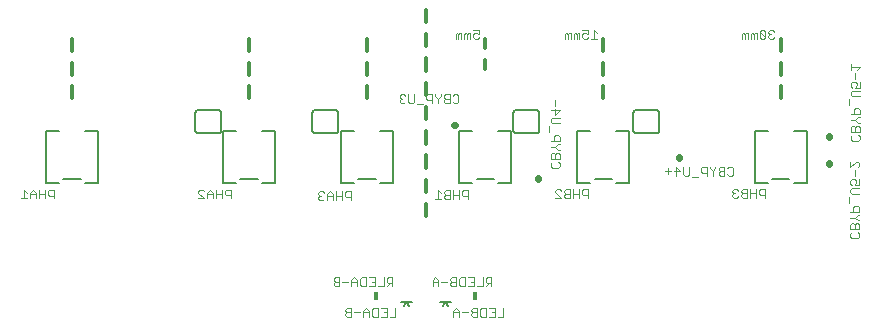
<source format=gbo>
G75*
G70*
%OFA0B0*%
%FSLAX24Y24*%
%IPPOS*%
%LPD*%
%AMOC8*
5,1,8,0,0,1.08239X$1,22.5*
%
%ADD10C,0.0120*%
%ADD11C,0.0030*%
%ADD12C,0.0050*%
%ADD13C,0.0220*%
%ADD14C,0.0080*%
%ADD15R,0.0180X0.0300*%
%ADD16C,0.0060*%
D10*
X021032Y009968D02*
X021032Y010384D01*
X021032Y010777D02*
X021032Y011193D01*
X021032Y011587D02*
X021032Y012002D01*
X021032Y012396D02*
X021032Y012812D01*
X021032Y013205D02*
X021032Y013621D01*
X021032Y014014D02*
X021032Y014430D01*
X021032Y014824D02*
X021032Y015239D01*
X021032Y015633D02*
X021032Y016049D01*
X021032Y016442D02*
X021032Y016858D01*
X023000Y015874D02*
X023000Y015578D01*
X023000Y015185D02*
X023000Y014889D01*
X026937Y015086D02*
X026937Y014693D01*
X026937Y014299D02*
X026937Y013905D01*
X026937Y015480D02*
X026937Y015874D01*
X032843Y015874D02*
X032843Y015480D01*
X032843Y015086D02*
X032843Y014693D01*
X032843Y014299D02*
X032843Y013905D01*
X019063Y013905D02*
X019063Y014299D01*
X019063Y014693D02*
X019063Y015086D01*
X019063Y015480D02*
X019063Y015874D01*
X015126Y015874D02*
X015126Y015480D01*
X015126Y015086D02*
X015126Y014693D01*
X015126Y014299D02*
X015126Y013905D01*
X009221Y013905D02*
X009221Y014299D01*
X009221Y014693D02*
X009221Y015086D01*
X009221Y015480D02*
X009221Y015874D01*
D11*
X007730Y010565D02*
X007536Y010565D01*
X007633Y010565D02*
X007633Y010855D01*
X007730Y010758D01*
X007831Y010758D02*
X007831Y010565D01*
X007831Y010710D02*
X008024Y010710D01*
X008024Y010758D02*
X007928Y010855D01*
X007831Y010758D01*
X008024Y010758D02*
X008024Y010565D01*
X008125Y010565D02*
X008125Y010855D01*
X008125Y010710D02*
X008319Y010710D01*
X008420Y010710D02*
X008468Y010662D01*
X008614Y010662D01*
X008614Y010565D02*
X008614Y010855D01*
X008468Y010855D01*
X008420Y010807D01*
X008420Y010710D01*
X008319Y010565D02*
X008319Y010855D01*
X013436Y010812D02*
X013485Y010861D01*
X013581Y010861D01*
X013630Y010812D01*
X013731Y010764D02*
X013731Y010571D01*
X013630Y010571D02*
X013436Y010764D01*
X013436Y010812D01*
X013436Y010571D02*
X013630Y010571D01*
X013731Y010716D02*
X013924Y010716D01*
X013924Y010764D02*
X013828Y010861D01*
X013731Y010764D01*
X013924Y010764D02*
X013924Y010571D01*
X014025Y010571D02*
X014025Y010861D01*
X014025Y010716D02*
X014219Y010716D01*
X014320Y010716D02*
X014368Y010667D01*
X014514Y010667D01*
X014514Y010571D02*
X014514Y010861D01*
X014368Y010861D01*
X014320Y010812D01*
X014320Y010716D01*
X014219Y010571D02*
X014219Y010861D01*
X017436Y010749D02*
X017436Y010701D01*
X017485Y010653D01*
X017436Y010604D01*
X017436Y010556D01*
X017485Y010508D01*
X017581Y010508D01*
X017630Y010556D01*
X017731Y010508D02*
X017731Y010701D01*
X017828Y010798D01*
X017924Y010701D01*
X017924Y010508D01*
X018025Y010508D02*
X018025Y010798D01*
X018025Y010653D02*
X018219Y010653D01*
X018320Y010653D02*
X018368Y010604D01*
X018514Y010604D01*
X018514Y010508D02*
X018514Y010798D01*
X018368Y010798D01*
X018320Y010749D01*
X018320Y010653D01*
X018219Y010508D02*
X018219Y010798D01*
X017924Y010653D02*
X017731Y010653D01*
X017630Y010749D02*
X017581Y010798D01*
X017485Y010798D01*
X017436Y010749D01*
X017485Y010653D02*
X017533Y010653D01*
X021336Y010545D02*
X021530Y010545D01*
X021433Y010545D02*
X021433Y010835D01*
X021530Y010738D01*
X021631Y010738D02*
X021679Y010690D01*
X021824Y010690D01*
X021925Y010690D02*
X022119Y010690D01*
X022220Y010690D02*
X022268Y010641D01*
X022414Y010641D01*
X022414Y010545D02*
X022414Y010835D01*
X022268Y010835D01*
X022220Y010786D01*
X022220Y010690D01*
X022119Y010545D02*
X022119Y010835D01*
X021925Y010835D02*
X021925Y010545D01*
X021824Y010545D02*
X021679Y010545D01*
X021631Y010593D01*
X021631Y010641D01*
X021679Y010690D01*
X021631Y010738D02*
X021631Y010786D01*
X021679Y010835D01*
X021824Y010835D01*
X021824Y010545D01*
X025183Y011644D02*
X025231Y011596D01*
X025425Y011596D01*
X025473Y011644D01*
X025473Y011741D01*
X025425Y011790D01*
X025473Y011891D02*
X025183Y011891D01*
X025183Y012036D01*
X025231Y012084D01*
X025280Y012084D01*
X025328Y012036D01*
X025328Y011891D01*
X025231Y011790D02*
X025183Y011741D01*
X025183Y011644D01*
X025473Y011891D02*
X025473Y012036D01*
X025425Y012084D01*
X025376Y012084D01*
X025328Y012036D01*
X025425Y012185D02*
X025328Y012282D01*
X025183Y012282D01*
X025328Y012282D02*
X025425Y012379D01*
X025473Y012379D01*
X025473Y012480D02*
X025183Y012480D01*
X025280Y012480D02*
X025280Y012625D01*
X025328Y012674D01*
X025425Y012674D01*
X025473Y012625D01*
X025473Y012480D01*
X025473Y012185D02*
X025425Y012185D01*
X025135Y012775D02*
X025135Y012968D01*
X025231Y013069D02*
X025183Y013118D01*
X025183Y013214D01*
X025231Y013263D01*
X025473Y013263D01*
X025328Y013364D02*
X025328Y013558D01*
X025328Y013659D02*
X025328Y013852D01*
X025183Y013509D02*
X025473Y013509D01*
X025328Y013364D01*
X025231Y013069D02*
X025473Y013069D01*
X022103Y013794D02*
X022055Y013746D01*
X021958Y013746D01*
X021909Y013794D01*
X021808Y013746D02*
X021663Y013746D01*
X021615Y013794D01*
X021615Y013843D01*
X021663Y013891D01*
X021808Y013891D01*
X021909Y013988D02*
X021958Y014036D01*
X022055Y014036D01*
X022103Y013988D01*
X022103Y013794D01*
X021808Y013746D02*
X021808Y014036D01*
X021663Y014036D01*
X021615Y013988D01*
X021615Y013940D01*
X021663Y013891D01*
X021514Y013988D02*
X021417Y013891D01*
X021417Y013746D01*
X021417Y013891D02*
X021320Y013988D01*
X021320Y014036D01*
X021219Y014036D02*
X021219Y013746D01*
X021219Y013843D02*
X021074Y013843D01*
X021026Y013891D01*
X021026Y013988D01*
X021074Y014036D01*
X021219Y014036D01*
X021514Y014036D02*
X021514Y013988D01*
X020924Y013698D02*
X020731Y013698D01*
X020630Y013794D02*
X020581Y013746D01*
X020485Y013746D01*
X020436Y013794D01*
X020436Y014036D01*
X020335Y013988D02*
X020287Y014036D01*
X020190Y014036D01*
X020142Y013988D01*
X020142Y013940D01*
X020190Y013891D01*
X020142Y013843D01*
X020142Y013794D01*
X020190Y013746D01*
X020287Y013746D01*
X020335Y013794D01*
X020238Y013891D02*
X020190Y013891D01*
X020630Y013794D02*
X020630Y014036D01*
X022006Y015889D02*
X022006Y016034D01*
X022054Y016082D01*
X022102Y016034D01*
X022102Y015889D01*
X022199Y015889D02*
X022199Y016082D01*
X022151Y016082D01*
X022102Y016034D01*
X022300Y016034D02*
X022300Y015889D01*
X022397Y015889D02*
X022397Y016034D01*
X022349Y016082D01*
X022300Y016034D01*
X022397Y016034D02*
X022445Y016082D01*
X022494Y016082D01*
X022494Y015889D01*
X022595Y015937D02*
X022643Y015889D01*
X022740Y015889D01*
X022788Y015937D01*
X022788Y016034D02*
X022692Y016082D01*
X022643Y016082D01*
X022595Y016034D01*
X022595Y015937D01*
X022788Y016034D02*
X022788Y016179D01*
X022595Y016179D01*
X025648Y016034D02*
X025648Y015889D01*
X025745Y015889D02*
X025745Y016034D01*
X025696Y016082D01*
X025648Y016034D01*
X025745Y016034D02*
X025793Y016082D01*
X025841Y016082D01*
X025841Y015889D01*
X025943Y015889D02*
X025943Y016034D01*
X025991Y016082D01*
X026039Y016034D01*
X026039Y015889D01*
X026136Y015889D02*
X026136Y016082D01*
X026088Y016082D01*
X026039Y016034D01*
X026237Y016034D02*
X026237Y015937D01*
X026286Y015889D01*
X026382Y015889D01*
X026431Y015937D01*
X026431Y016034D02*
X026334Y016082D01*
X026286Y016082D01*
X026237Y016034D01*
X026237Y016179D02*
X026431Y016179D01*
X026431Y016034D01*
X026532Y015889D02*
X026725Y015889D01*
X026629Y015889D02*
X026629Y016179D01*
X026725Y016082D01*
X031553Y016034D02*
X031553Y015889D01*
X031650Y015889D02*
X031650Y016034D01*
X031602Y016082D01*
X031553Y016034D01*
X031650Y016034D02*
X031699Y016082D01*
X031747Y016082D01*
X031747Y015889D01*
X031848Y015889D02*
X031848Y016034D01*
X031897Y016082D01*
X031945Y016034D01*
X031945Y015889D01*
X032042Y015889D02*
X032042Y016082D01*
X031993Y016082D01*
X031945Y016034D01*
X032143Y016130D02*
X032336Y015937D01*
X032288Y015889D01*
X032191Y015889D01*
X032143Y015937D01*
X032143Y016130D01*
X032191Y016179D01*
X032288Y016179D01*
X032336Y016130D01*
X032336Y015937D01*
X032437Y015937D02*
X032486Y015889D01*
X032583Y015889D01*
X032631Y015937D01*
X032534Y016034D02*
X032486Y016034D01*
X032437Y015985D01*
X032437Y015937D01*
X032486Y016034D02*
X032437Y016082D01*
X032437Y016130D01*
X032486Y016179D01*
X032583Y016179D01*
X032631Y016130D01*
X035183Y015047D02*
X035183Y014853D01*
X035183Y014950D02*
X035473Y014950D01*
X035376Y014853D01*
X035328Y014752D02*
X035328Y014559D01*
X035328Y014458D02*
X035231Y014458D01*
X035183Y014409D01*
X035183Y014312D01*
X035231Y014264D01*
X035328Y014264D02*
X035376Y014361D01*
X035376Y014409D01*
X035328Y014458D01*
X035473Y014458D02*
X035473Y014264D01*
X035328Y014264D01*
X035231Y014163D02*
X035473Y014163D01*
X035473Y013969D02*
X035231Y013969D01*
X035183Y014018D01*
X035183Y014114D01*
X035231Y014163D01*
X035135Y013868D02*
X035135Y013675D01*
X035280Y013525D02*
X035280Y013380D01*
X035183Y013380D02*
X035473Y013380D01*
X035473Y013525D01*
X035425Y013574D01*
X035328Y013574D01*
X035280Y013525D01*
X035425Y013279D02*
X035473Y013279D01*
X035425Y013279D02*
X035328Y013182D01*
X035183Y013182D01*
X035328Y013182D02*
X035425Y013085D01*
X035473Y013085D01*
X035425Y012984D02*
X035376Y012984D01*
X035328Y012936D01*
X035328Y012791D01*
X035231Y012690D02*
X035183Y012641D01*
X035183Y012544D01*
X035231Y012496D01*
X035425Y012496D01*
X035473Y012544D01*
X035473Y012641D01*
X035425Y012690D01*
X035473Y012791D02*
X035473Y012936D01*
X035425Y012984D01*
X035328Y012936D02*
X035280Y012984D01*
X035231Y012984D01*
X035183Y012936D01*
X035183Y012791D01*
X035473Y012791D01*
X035405Y011795D02*
X035453Y011747D01*
X035453Y011650D01*
X035405Y011601D01*
X035308Y011500D02*
X035308Y011307D01*
X035308Y011206D02*
X035211Y011206D01*
X035163Y011157D01*
X035163Y011061D01*
X035211Y011012D01*
X035308Y011012D02*
X035356Y011109D01*
X035356Y011157D01*
X035308Y011206D01*
X035453Y011206D02*
X035453Y011012D01*
X035308Y011012D01*
X035211Y010911D02*
X035453Y010911D01*
X035453Y010717D02*
X035211Y010717D01*
X035163Y010766D01*
X035163Y010863D01*
X035211Y010911D01*
X035115Y010616D02*
X035115Y010423D01*
X035260Y010273D02*
X035260Y010128D01*
X035163Y010128D02*
X035453Y010128D01*
X035453Y010273D01*
X035405Y010322D01*
X035308Y010322D01*
X035260Y010273D01*
X035405Y010027D02*
X035453Y010027D01*
X035405Y010027D02*
X035308Y009930D01*
X035163Y009930D01*
X035308Y009930D02*
X035405Y009834D01*
X035453Y009834D01*
X035405Y009732D02*
X035356Y009732D01*
X035308Y009684D01*
X035308Y009539D01*
X035211Y009438D02*
X035163Y009389D01*
X035163Y009293D01*
X035211Y009244D01*
X035405Y009244D01*
X035453Y009293D01*
X035453Y009389D01*
X035405Y009438D01*
X035453Y009539D02*
X035453Y009684D01*
X035405Y009732D01*
X035308Y009684D02*
X035260Y009732D01*
X035211Y009732D01*
X035163Y009684D01*
X035163Y009539D01*
X035453Y009539D01*
X032314Y010587D02*
X032314Y010877D01*
X032168Y010877D01*
X032120Y010829D01*
X032120Y010732D01*
X032168Y010684D01*
X032314Y010684D01*
X032019Y010732D02*
X031825Y010732D01*
X031724Y010732D02*
X031579Y010732D01*
X031531Y010684D01*
X031531Y010635D01*
X031579Y010587D01*
X031724Y010587D01*
X031724Y010877D01*
X031579Y010877D01*
X031531Y010829D01*
X031531Y010781D01*
X031579Y010732D01*
X031430Y010635D02*
X031381Y010587D01*
X031285Y010587D01*
X031236Y010635D01*
X031236Y010684D01*
X031285Y010732D01*
X031333Y010732D01*
X031285Y010732D02*
X031236Y010781D01*
X031236Y010829D01*
X031285Y010877D01*
X031381Y010877D01*
X031430Y010829D01*
X031825Y010877D02*
X031825Y010587D01*
X032019Y010587D02*
X032019Y010877D01*
X031260Y011374D02*
X031260Y011568D01*
X031212Y011616D01*
X031115Y011616D01*
X031067Y011568D01*
X030966Y011616D02*
X030966Y011326D01*
X030820Y011326D01*
X030772Y011374D01*
X030772Y011423D01*
X030820Y011471D01*
X030966Y011471D01*
X031067Y011374D02*
X031115Y011326D01*
X031212Y011326D01*
X031260Y011374D01*
X030966Y011616D02*
X030820Y011616D01*
X030772Y011568D01*
X030772Y011520D01*
X030820Y011471D01*
X030671Y011568D02*
X030574Y011471D01*
X030574Y011326D01*
X030574Y011471D02*
X030477Y011568D01*
X030477Y011616D01*
X030376Y011616D02*
X030231Y011616D01*
X030183Y011568D01*
X030183Y011471D01*
X030231Y011423D01*
X030376Y011423D01*
X030376Y011326D02*
X030376Y011616D01*
X030671Y011616D02*
X030671Y011568D01*
X030082Y011278D02*
X029888Y011278D01*
X029787Y011374D02*
X029787Y011616D01*
X029593Y011616D02*
X029593Y011374D01*
X029642Y011326D01*
X029739Y011326D01*
X029787Y011374D01*
X029492Y011471D02*
X029299Y011471D01*
X029198Y011471D02*
X029004Y011471D01*
X029101Y011568D02*
X029101Y011374D01*
X029347Y011326D02*
X029347Y011616D01*
X029492Y011471D01*
X026414Y010872D02*
X026414Y010582D01*
X026414Y010678D02*
X026268Y010678D01*
X026220Y010727D01*
X026220Y010823D01*
X026268Y010872D01*
X026414Y010872D01*
X026119Y010872D02*
X026119Y010582D01*
X026119Y010727D02*
X025925Y010727D01*
X025824Y010727D02*
X025679Y010727D01*
X025631Y010678D01*
X025631Y010630D01*
X025679Y010582D01*
X025824Y010582D01*
X025824Y010872D01*
X025679Y010872D01*
X025631Y010823D01*
X025631Y010775D01*
X025679Y010727D01*
X025530Y010823D02*
X025481Y010872D01*
X025385Y010872D01*
X025336Y010823D01*
X025336Y010775D01*
X025530Y010582D01*
X025336Y010582D01*
X025925Y010582D02*
X025925Y010872D01*
X023203Y007936D02*
X023058Y007936D01*
X023009Y007888D01*
X023009Y007791D01*
X023058Y007743D01*
X023203Y007743D01*
X023106Y007743D02*
X023009Y007646D01*
X022908Y007646D02*
X022715Y007646D01*
X022614Y007646D02*
X022420Y007646D01*
X022319Y007646D02*
X022174Y007646D01*
X022126Y007694D01*
X022126Y007888D01*
X022174Y007936D01*
X022319Y007936D01*
X022319Y007646D01*
X022517Y007791D02*
X022614Y007791D01*
X022614Y007936D02*
X022614Y007646D01*
X022614Y007936D02*
X022420Y007936D01*
X022024Y007936D02*
X022024Y007646D01*
X021879Y007646D01*
X021831Y007694D01*
X021831Y007743D01*
X021879Y007791D01*
X022024Y007791D01*
X021879Y007791D02*
X021831Y007840D01*
X021831Y007888D01*
X021879Y007936D01*
X022024Y007936D01*
X021730Y007791D02*
X021536Y007791D01*
X021435Y007791D02*
X021242Y007791D01*
X021242Y007840D02*
X021242Y007646D01*
X021435Y007646D02*
X021435Y007840D01*
X021338Y007936D01*
X021242Y007840D01*
X022033Y006911D02*
X021936Y006815D01*
X021936Y006621D01*
X021936Y006766D02*
X022130Y006766D01*
X022130Y006815D02*
X022033Y006911D01*
X022130Y006815D02*
X022130Y006621D01*
X022231Y006766D02*
X022424Y006766D01*
X022526Y006718D02*
X022526Y006669D01*
X022574Y006621D01*
X022719Y006621D01*
X022719Y006911D01*
X022574Y006911D01*
X022526Y006863D01*
X022526Y006815D01*
X022574Y006766D01*
X022719Y006766D01*
X022820Y006669D02*
X022820Y006863D01*
X022869Y006911D01*
X023014Y006911D01*
X023014Y006621D01*
X022869Y006621D01*
X022820Y006669D01*
X022574Y006766D02*
X022526Y006718D01*
X023115Y006621D02*
X023308Y006621D01*
X023308Y006911D01*
X023115Y006911D01*
X023212Y006766D02*
X023308Y006766D01*
X023409Y006621D02*
X023603Y006621D01*
X023603Y006911D01*
X023203Y007646D02*
X023203Y007936D01*
X022908Y007936D02*
X022908Y007646D01*
X020003Y006911D02*
X020003Y006621D01*
X019809Y006621D01*
X019708Y006621D02*
X019515Y006621D01*
X019414Y006621D02*
X019269Y006621D01*
X019220Y006669D01*
X019220Y006863D01*
X019269Y006911D01*
X019414Y006911D01*
X019414Y006621D01*
X019612Y006766D02*
X019708Y006766D01*
X019708Y006911D02*
X019708Y006621D01*
X019708Y006911D02*
X019515Y006911D01*
X019119Y006815D02*
X019022Y006911D01*
X018926Y006815D01*
X018926Y006621D01*
X018926Y006766D02*
X019119Y006766D01*
X019119Y006815D02*
X019119Y006621D01*
X018824Y006766D02*
X018631Y006766D01*
X018530Y006766D02*
X018385Y006766D01*
X018336Y006718D01*
X018336Y006669D01*
X018385Y006621D01*
X018530Y006621D01*
X018530Y006911D01*
X018385Y006911D01*
X018336Y006863D01*
X018336Y006815D01*
X018385Y006766D01*
X018531Y007646D02*
X018531Y007840D01*
X018628Y007936D01*
X018724Y007840D01*
X018724Y007646D01*
X018826Y007694D02*
X018826Y007888D01*
X018874Y007936D01*
X019019Y007936D01*
X019019Y007646D01*
X018874Y007646D01*
X018826Y007694D01*
X018724Y007791D02*
X018531Y007791D01*
X018430Y007791D02*
X018236Y007791D01*
X018135Y007791D02*
X017990Y007791D01*
X017942Y007743D01*
X017942Y007694D01*
X017990Y007646D01*
X018135Y007646D01*
X018135Y007936D01*
X017990Y007936D01*
X017942Y007888D01*
X017942Y007840D01*
X017990Y007791D01*
X019120Y007646D02*
X019314Y007646D01*
X019314Y007936D01*
X019120Y007936D01*
X019217Y007791D02*
X019314Y007791D01*
X019415Y007646D02*
X019608Y007646D01*
X019608Y007936D01*
X019709Y007888D02*
X019709Y007791D01*
X019758Y007743D01*
X019903Y007743D01*
X019806Y007743D02*
X019709Y007646D01*
X019903Y007646D02*
X019903Y007936D01*
X019758Y007936D01*
X019709Y007888D01*
X035163Y011601D02*
X035356Y011795D01*
X035405Y011795D01*
X035163Y011795D02*
X035163Y011601D01*
D12*
X033709Y011070D02*
X033276Y011070D01*
X033138Y011228D02*
X032548Y011228D01*
X032410Y011070D02*
X031977Y011070D01*
X031977Y012803D01*
X032410Y012803D01*
X033276Y012803D02*
X033709Y012803D01*
X033709Y011070D01*
X027803Y011070D02*
X027370Y011070D01*
X027233Y011228D02*
X026642Y011228D01*
X026504Y011070D02*
X026071Y011070D01*
X026071Y012803D01*
X026504Y012803D01*
X027370Y012803D02*
X027803Y012803D01*
X027803Y011070D01*
X023866Y011070D02*
X023433Y011070D01*
X023296Y011228D02*
X022705Y011228D01*
X022567Y011070D02*
X022134Y011070D01*
X022134Y012803D01*
X022567Y012803D01*
X023433Y012803D02*
X023866Y012803D01*
X023866Y011070D01*
X019929Y011070D02*
X019496Y011070D01*
X019359Y011228D02*
X018768Y011228D01*
X018630Y011070D02*
X018197Y011070D01*
X018197Y012803D01*
X018630Y012803D01*
X019496Y012803D02*
X019929Y012803D01*
X019929Y011070D01*
X015992Y011070D02*
X015559Y011070D01*
X015422Y011228D02*
X014831Y011228D01*
X014693Y011070D02*
X014260Y011070D01*
X014260Y012803D01*
X014693Y012803D01*
X015559Y012803D02*
X015992Y012803D01*
X015992Y011070D01*
X010087Y011070D02*
X009654Y011070D01*
X009516Y011228D02*
X008925Y011228D01*
X008788Y011070D02*
X008355Y011070D01*
X008355Y012803D01*
X008788Y012803D01*
X009654Y012803D02*
X010087Y012803D01*
X010087Y011070D01*
D13*
X021956Y013031D02*
X021980Y013031D01*
X024768Y011243D02*
X024768Y011219D01*
X029468Y011919D02*
X029468Y011943D01*
X034468Y011743D02*
X034468Y011719D01*
X034468Y012619D02*
X034468Y012643D01*
D14*
X021849Y007098D02*
X021668Y007098D01*
X021576Y006976D01*
X021487Y007098D02*
X021668Y007098D01*
X021678Y007092D02*
X021754Y006976D01*
X020549Y007098D02*
X020368Y007098D01*
X020276Y006976D01*
X020187Y007098D02*
X020368Y007098D01*
X020378Y007092D02*
X020454Y006976D01*
D15*
X019368Y007331D03*
X022668Y007331D03*
D16*
X024053Y012737D02*
X024683Y012737D01*
X024702Y012737D01*
X024721Y012741D01*
X024739Y012747D01*
X024755Y012756D01*
X024770Y012769D01*
X024782Y012783D01*
X024792Y012800D01*
X024798Y012818D01*
X024802Y012836D01*
X024801Y012836D02*
X024801Y013426D01*
X024802Y013427D02*
X024798Y013446D01*
X024792Y013463D01*
X024782Y013480D01*
X024770Y013494D01*
X024755Y013506D01*
X024739Y013516D01*
X024721Y013522D01*
X024702Y013526D01*
X024683Y013526D01*
X024683Y013525D02*
X024053Y013525D01*
X024053Y013526D02*
X024034Y013526D01*
X024015Y013522D01*
X023997Y013516D01*
X023981Y013506D01*
X023966Y013494D01*
X023954Y013480D01*
X023944Y013463D01*
X023938Y013446D01*
X023934Y013427D01*
X023935Y013426D02*
X023935Y012836D01*
X023934Y012836D02*
X023938Y012817D01*
X023944Y012800D01*
X023954Y012783D01*
X023966Y012769D01*
X023981Y012757D01*
X023997Y012747D01*
X024015Y012741D01*
X024034Y012737D01*
X024053Y012737D01*
X027935Y012836D02*
X027935Y013426D01*
X027934Y013427D02*
X027938Y013446D01*
X027944Y013463D01*
X027954Y013480D01*
X027966Y013494D01*
X027981Y013506D01*
X027997Y013516D01*
X028015Y013522D01*
X028034Y013526D01*
X028053Y013526D01*
X028053Y013525D02*
X028683Y013525D01*
X028683Y013526D02*
X028702Y013526D01*
X028721Y013522D01*
X028739Y013516D01*
X028755Y013506D01*
X028770Y013494D01*
X028782Y013480D01*
X028792Y013463D01*
X028798Y013446D01*
X028802Y013427D01*
X028801Y013426D02*
X028801Y012836D01*
X028802Y012836D02*
X028798Y012818D01*
X028792Y012800D01*
X028782Y012783D01*
X028770Y012769D01*
X028755Y012756D01*
X028739Y012747D01*
X028721Y012741D01*
X028702Y012737D01*
X028683Y012737D01*
X028053Y012737D01*
X028034Y012737D01*
X028015Y012741D01*
X027997Y012747D01*
X027981Y012757D01*
X027966Y012769D01*
X027954Y012783D01*
X027944Y012800D01*
X027938Y012817D01*
X027934Y012836D01*
X018101Y012836D02*
X018101Y013426D01*
X018102Y013427D02*
X018098Y013446D01*
X018092Y013463D01*
X018082Y013480D01*
X018070Y013494D01*
X018055Y013506D01*
X018039Y013516D01*
X018021Y013522D01*
X018002Y013526D01*
X017983Y013526D01*
X017983Y013525D02*
X017353Y013525D01*
X017353Y013526D02*
X017334Y013526D01*
X017315Y013522D01*
X017297Y013516D01*
X017281Y013507D01*
X017266Y013494D01*
X017254Y013480D01*
X017244Y013463D01*
X017238Y013445D01*
X017234Y013427D01*
X017235Y013426D02*
X017235Y012836D01*
X017234Y012836D02*
X017238Y012817D01*
X017244Y012800D01*
X017254Y012783D01*
X017266Y012769D01*
X017281Y012757D01*
X017297Y012747D01*
X017315Y012741D01*
X017334Y012737D01*
X017353Y012737D01*
X017983Y012737D01*
X018002Y012737D01*
X018021Y012741D01*
X018039Y012747D01*
X018055Y012757D01*
X018070Y012769D01*
X018082Y012783D01*
X018092Y012800D01*
X018098Y012817D01*
X018102Y012836D01*
X014201Y012836D02*
X014201Y013426D01*
X014202Y013427D02*
X014198Y013446D01*
X014192Y013463D01*
X014182Y013480D01*
X014170Y013494D01*
X014155Y013506D01*
X014139Y013516D01*
X014121Y013522D01*
X014102Y013526D01*
X014083Y013526D01*
X014083Y013525D02*
X013453Y013525D01*
X013453Y013526D02*
X013434Y013526D01*
X013415Y013522D01*
X013397Y013516D01*
X013381Y013507D01*
X013366Y013494D01*
X013354Y013480D01*
X013344Y013463D01*
X013338Y013445D01*
X013334Y013427D01*
X013335Y013426D02*
X013335Y012836D01*
X013334Y012836D02*
X013338Y012817D01*
X013344Y012800D01*
X013354Y012783D01*
X013366Y012769D01*
X013381Y012757D01*
X013397Y012747D01*
X013415Y012741D01*
X013434Y012737D01*
X013453Y012737D01*
X014083Y012737D01*
X014102Y012737D01*
X014121Y012741D01*
X014139Y012747D01*
X014155Y012757D01*
X014170Y012769D01*
X014182Y012783D01*
X014192Y012800D01*
X014198Y012817D01*
X014202Y012836D01*
M02*

</source>
